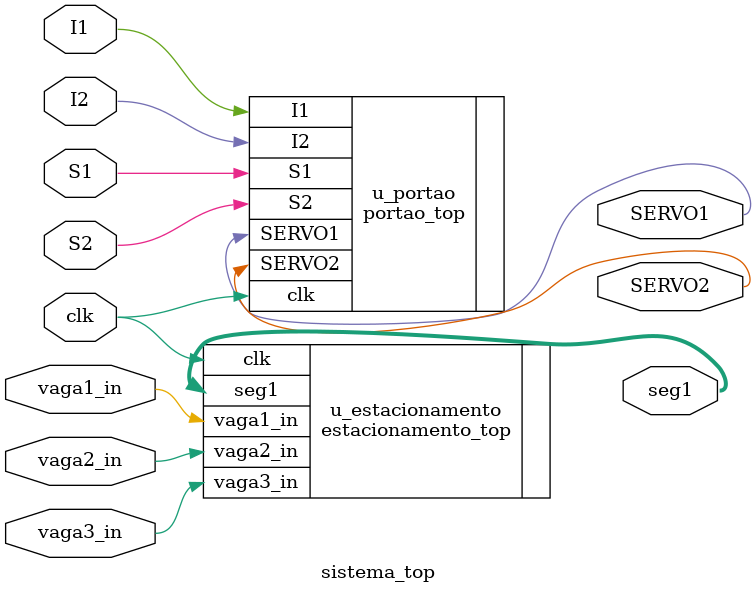
<source format=sv>

module sistema_top (
    input  wire        clk,           // 25 MHz
    // IO do estacionamento_top ---
    input  wire        vaga1_in,
    input  wire        vaga2_in,
    input  wire        vaga3_in,
    output wire [6:0]  seg1,
    // IO do portao_top ---
    input  wire        I1,
    input  wire        I2,
    input  wire        S1,
    input  wire        S2,
    output wire        SERVO1,
    output wire        SERVO2
);

    // instancia do monitor de vagas (estacionamento_top)
    estacionamento_top u_estacionamento (
        .clk       (clk),
        .vaga1_in  (vaga1_in),
        .vaga2_in  (vaga2_in),
        .vaga3_in  (vaga3_in),
        .seg1      (seg1)
    );

    // instancia do controlador da barreira de acesso (portao_top)
    portao_top u_portao (
        .clk    (clk),
        .I1     (I1),
        .I2     (I2),
        .S1     (S1),
        .S2     (S2),
        .SERVO1 (SERVO1),
        .SERVO2 (SERVO2)
    );

endmodule

</source>
